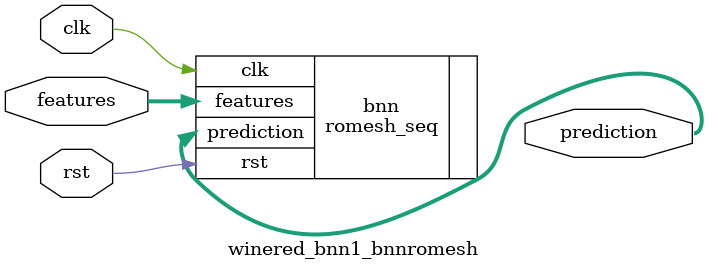
<source format=v>













module winered_bnn1_bnnromesh #(

parameter FEAT_CNT = 11,
parameter HIDDEN_CNT = 40,
parameter FEAT_BITS = 4,
parameter CLASS_CNT = 6,
parameter TEST_CNT = 1000


  ) (
  input clk,
  input rst,
  input [FEAT_CNT*FEAT_BITS-1:0] features,
  output [$clog2(CLASS_CNT)-1:0] prediction
  );

  localparam Weights0 = 440'b11101100111111100100101100110010011011110110111111101101011011000101100010011000011100010100101010010000111110001110100110011010100011010100001101110011000000011110001100111000111000000010110101110111101111111000101110110001010110011111100000101010011100101001111011101110111001010100110111000110111111000101110111100001000000011011111010111001101100001010010111011100011001101010110110010000011110100000101000110010000011100000000110011000 ;
  localparam Weights1 = 240'b101011110101010111101111010101000101111001101110110011111110010011110100100011101000101011111101111001010101001011000101101011100011011000100010000100100000001111000110100000011011100000011101001111010010001011110000001101110000010000111001 ;

  romesh_seq #(.FEAT_CNT(FEAT_CNT),.FEAT_BITS(FEAT_BITS),.HIDDEN_CNT(HIDDEN_CNT),.CLASS_CNT(CLASS_CNT),.Weights0(Weights0),.Weights1(Weights1)) bnn (
    .clk(clk),
    .rst(rst),
    .features(features),
    .prediction(prediction)
  );

endmodule

</source>
